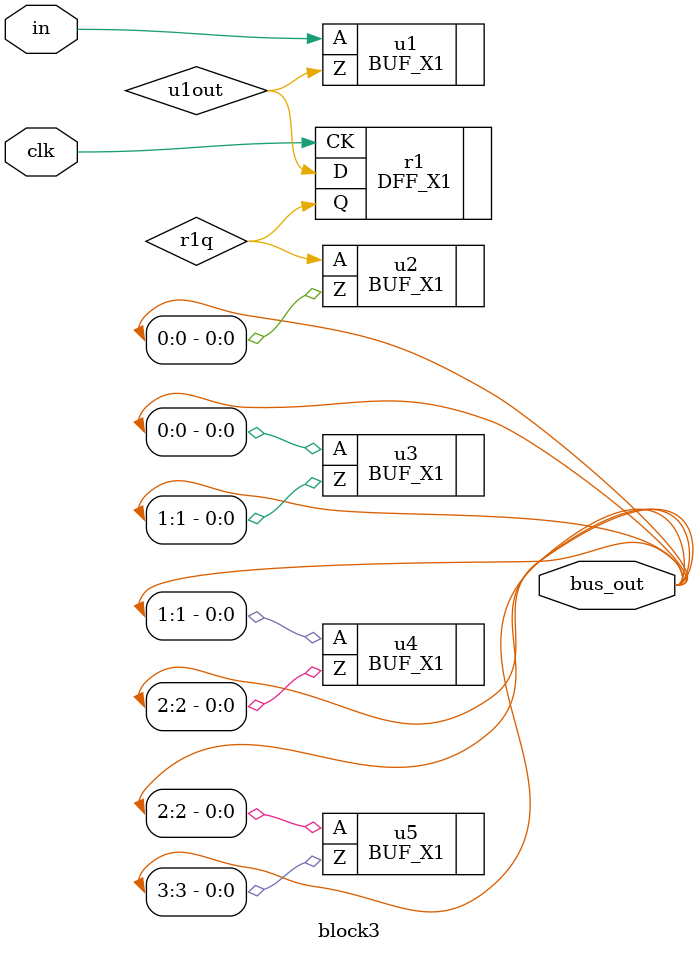
<source format=v>

module top (in, clk1, clk2, out, out2, bus_out);
   input in, clk1, clk2;
   output out, out2;
   output [3:0] bus_out;

   block1 b1 (.in(in), .clk(clk1), .out(b1out), .out2(out2));
   block2 b2 (.in(b1out), .clk(clk2), .out(out));
   block3 b3 (.in(out), .clk(clk1), .bus_out(bus_out));
endmodule // top

module block1 (in, clk, out, out2);
   input in, clk;
   output out, out2;

   BUF_X1 u1 (.A(in), .Z(u1out));
   DFF_X1 r1 (.D(u1out), .CK(clk), .Q(r1q));
   BUF_X1 u2 (.A(r1q), .Z(out));
   BUF_X1 u3 (.A(out), .Z(out2));
endmodule // block1

module block2 (in, clk, out, out2);
   input in, clk;
   output out, out2;

   BUF_X1 u1 (.A(in), .Z(u1out));
   DFF_X1 r1 (.D(u1out), .CK(clk), .Q(r1q));
   BUF_X1 u2 (.A(r1q), .Z(out));
   BUF_X1 u3 (.A(out), .Z(out2));
endmodule // block2

module block3 (in, clk, bus_out);
   input in, clk;
   output [3:0] bus_out;

   BUF_X1 u1 (.A(in), .Z(u1out));
   DFF_X1 r1 (.D(u1out), .CK(clk), .Q(r1q));
   BUF_X1 u2 (.A(r1q), .Z(bus_out[0]));
   BUF_X1 u3 (.A(bus_out[0]), .Z(bus_out[1]));
   BUF_X1 u4 (.A(bus_out[1]), .Z(bus_out[2]));
   BUF_X1 u5 (.A(bus_out[2]), .Z(bus_out[3]));
endmodule // block3


</source>
